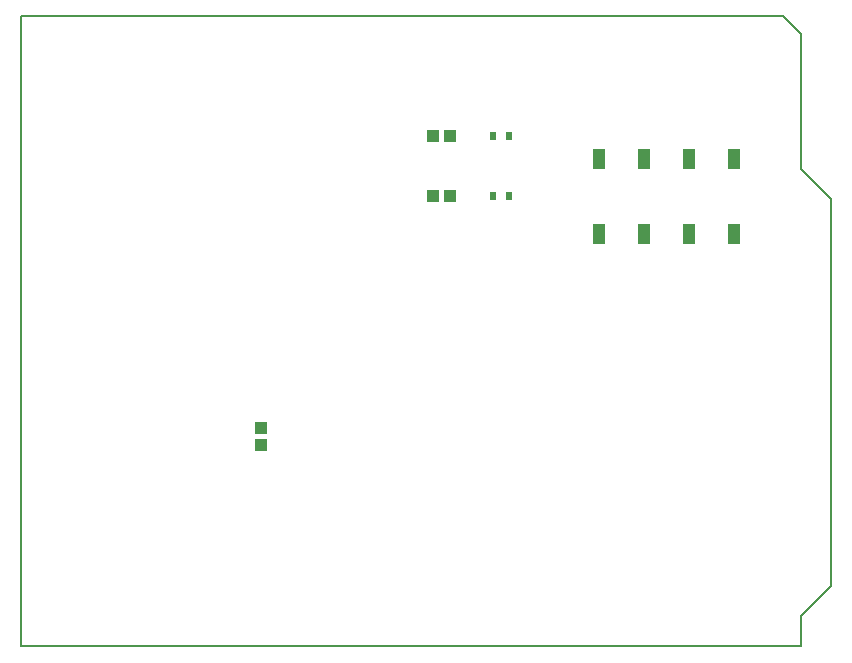
<source format=gtp>
%TF.GenerationSoftware,KiCad,Pcbnew,(6.0.2-0)*%
%TF.CreationDate,2022-05-07T22:45:40-07:00*%
%TF.ProjectId,cpe301d_kicad_David_Nakasone,63706533-3031-4645-9f6b-696361645f44,rev?*%
%TF.SameCoordinates,Original*%
%TF.FileFunction,Paste,Top*%
%TF.FilePolarity,Positive*%
%FSLAX46Y46*%
G04 Gerber Fmt 4.6, Leading zero omitted, Abs format (unit mm)*
G04 Created by KiCad (PCBNEW (6.0.2-0)) date 2022-05-07 22:45:40*
%MOMM*%
%LPD*%
G01*
G04 APERTURE LIST*
%TA.AperFunction,Profile*%
%ADD10C,0.150000*%
%TD*%
%ADD11R,1.040000X1.020000*%
%ADD12R,0.600000X0.800000*%
%ADD13R,1.000000X1.700000*%
%ADD14R,1.020000X1.040000*%
G04 APERTURE END LIST*
D10*
X179578000Y-88519000D02*
X177038000Y-85979000D01*
X177038000Y-126365000D02*
X177038000Y-123825000D01*
X177038000Y-74549000D02*
X175514000Y-73025000D01*
X177038000Y-123825000D02*
X179578000Y-121285000D01*
X110998000Y-73025000D02*
X110998000Y-126365000D01*
X179578000Y-121285000D02*
X179578000Y-88519000D01*
X110998000Y-126365000D02*
X177038000Y-126365000D01*
X175514000Y-73025000D02*
X110998000Y-73025000D01*
X177038000Y-85979000D02*
X177038000Y-74549000D01*
D11*
%TO.C,R3*%
X145823000Y-88265000D03*
X147293000Y-88265000D03*
%TD*%
D12*
%TO.C,D1*%
X152338000Y-83185000D03*
X150938000Y-83185000D03*
%TD*%
%TO.C,D2*%
X152338000Y-88265000D03*
X150938000Y-88265000D03*
%TD*%
D11*
%TO.C,R2*%
X145823000Y-83185000D03*
X147293000Y-83185000D03*
%TD*%
D13*
%TO.C,S2*%
X159898000Y-91415000D03*
X159898000Y-85115000D03*
X163698000Y-91415000D03*
X163698000Y-85115000D03*
%TD*%
%TO.C,S1*%
X167518000Y-91415000D03*
X167518000Y-85115000D03*
X171318000Y-91415000D03*
X171318000Y-85115000D03*
%TD*%
D14*
%TO.C,R1*%
X131318000Y-109320000D03*
X131318000Y-107850000D03*
%TD*%
M02*

</source>
